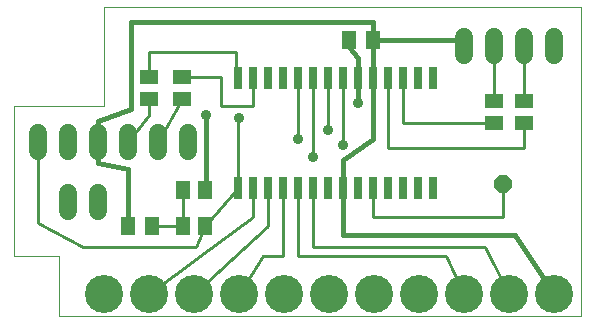
<source format=gtl>
G75*
%MOIN*%
%OFA0B0*%
%FSLAX24Y24*%
%IPPOS*%
%LPD*%
%AMOC8*
5,1,8,0,0,1.08239X$1,22.5*
%
%ADD10C,0.0000*%
%ADD11C,0.1270*%
%ADD12R,0.0256X0.0728*%
%ADD13C,0.0600*%
%ADD14R,0.0512X0.0591*%
%ADD15R,0.0512X0.0630*%
%ADD16R,0.0591X0.0512*%
%ADD17OC8,0.0600*%
%ADD18C,0.0160*%
%ADD19C,0.0100*%
%ADD20C,0.0357*%
D10*
X001600Y000550D02*
X001600Y002550D01*
X000100Y002550D01*
X000100Y007550D01*
X003100Y007550D01*
X003100Y010850D01*
X019000Y010850D01*
X019000Y000550D01*
X001600Y000550D01*
D11*
X003100Y001300D03*
X004600Y001300D03*
X006100Y001300D03*
X007600Y001300D03*
X009100Y001300D03*
X010600Y001300D03*
X012100Y001300D03*
X013600Y001300D03*
X015100Y001300D03*
X016600Y001300D03*
X018100Y001300D03*
D12*
X014050Y004809D03*
X013550Y004809D03*
X013050Y004809D03*
X012550Y004809D03*
X012050Y004809D03*
X011550Y004809D03*
X011050Y004809D03*
X010550Y004809D03*
X010050Y004809D03*
X009550Y004809D03*
X009050Y004809D03*
X008550Y004809D03*
X008050Y004809D03*
X007550Y004809D03*
X007550Y008491D03*
X008050Y008491D03*
X008550Y008491D03*
X009050Y008491D03*
X009550Y008491D03*
X010050Y008491D03*
X010550Y008491D03*
X011050Y008491D03*
X011550Y008491D03*
X012050Y008491D03*
X012550Y008491D03*
X013050Y008491D03*
X013550Y008491D03*
X014050Y008491D03*
D13*
X015100Y009250D02*
X015100Y009850D01*
X016100Y009850D02*
X016100Y009250D01*
X017100Y009250D02*
X017100Y009850D01*
X018100Y009850D02*
X018100Y009250D01*
X005900Y006650D02*
X005900Y006050D01*
X004900Y006050D02*
X004900Y006650D01*
X003900Y006650D02*
X003900Y006050D01*
X002900Y006050D02*
X002900Y006650D01*
X001900Y006650D02*
X001900Y006050D01*
X000900Y006050D02*
X000900Y006650D01*
X001900Y004650D02*
X001900Y004050D01*
X002900Y004050D02*
X002900Y004650D01*
D14*
X005726Y004750D03*
X006474Y004750D03*
X006474Y003550D03*
X005726Y003550D03*
D15*
X004694Y003550D03*
X003906Y003550D03*
X011256Y009750D03*
X012044Y009750D03*
D16*
X016100Y007724D03*
X017100Y007724D03*
X017100Y006976D03*
X016100Y006976D03*
X005700Y007776D03*
X004600Y007776D03*
X004600Y008524D03*
X005700Y008524D03*
D17*
X016400Y004950D03*
D18*
X016800Y003250D02*
X011050Y003250D01*
X011050Y004809D01*
X011050Y005750D01*
X012050Y006450D01*
X012050Y008491D01*
X012050Y009200D01*
X012044Y009750D01*
X012044Y010350D01*
X004000Y010350D01*
X004000Y007450D01*
X002900Y007050D01*
X002900Y006350D01*
X002900Y005650D01*
X003900Y005450D01*
X003900Y003856D01*
X006474Y004750D02*
X006500Y005150D01*
X006500Y007250D01*
X011300Y009500D02*
X011550Y009150D01*
X011550Y008491D01*
X011550Y007650D01*
X015100Y009550D02*
X015100Y009750D01*
X012044Y009750D01*
X016800Y003250D02*
X018100Y001300D01*
D19*
X016600Y001300D02*
X015800Y002850D01*
X010050Y002850D01*
X010050Y004809D01*
X009550Y004809D02*
X009550Y002550D01*
X014500Y002550D01*
X015100Y001300D01*
X016400Y003850D02*
X012050Y003850D01*
X012050Y004809D01*
X010050Y005850D02*
X010050Y008491D01*
X009550Y008491D02*
X009550Y006450D01*
X010550Y006750D02*
X010550Y008491D01*
X011050Y008491D02*
X011050Y006250D01*
X012550Y006150D02*
X012550Y008491D01*
X013050Y008491D02*
X013050Y006976D01*
X016100Y006976D01*
X017100Y006976D02*
X017100Y006150D01*
X012550Y006150D01*
X009050Y004809D02*
X009050Y002550D01*
X008400Y002550D01*
X007600Y001300D01*
X007350Y002450D02*
X006100Y001300D01*
X006300Y002550D02*
X004600Y001300D01*
X006300Y002550D02*
X008050Y003850D01*
X008050Y004809D01*
X007550Y004809D02*
X007550Y007150D01*
X007600Y007150D01*
X008050Y007550D02*
X007000Y007550D01*
X007000Y008524D01*
X005700Y008524D01*
X004600Y008524D02*
X004600Y009350D01*
X007500Y009350D01*
X007500Y008491D01*
X007550Y008491D01*
X008050Y008491D02*
X008050Y007550D01*
X005700Y007776D02*
X004900Y006350D01*
X004600Y007250D02*
X003900Y006350D01*
X004600Y007250D02*
X004600Y007776D01*
X000900Y006350D02*
X000900Y003650D01*
X002400Y002850D01*
X006174Y002850D01*
X006474Y003550D01*
X007550Y004809D01*
X008550Y004809D02*
X008550Y003550D01*
X007350Y002450D01*
X005726Y003550D02*
X005726Y004750D01*
X003900Y003856D02*
X003906Y003550D01*
X004694Y003550D02*
X005726Y003550D01*
X016100Y007724D02*
X016100Y009550D01*
X017100Y009550D02*
X017100Y007724D01*
X011300Y009500D02*
X011256Y009750D01*
X016400Y004950D02*
X016400Y003850D01*
D20*
X011050Y006250D03*
X010550Y006750D03*
X009550Y006450D03*
X010050Y005850D03*
X007600Y007150D03*
X006500Y007250D03*
X011550Y007650D03*
M02*

</source>
